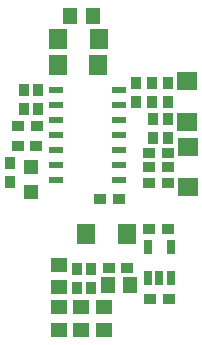
<source format=gbp>
G04*
G04 #@! TF.GenerationSoftware,Altium Limited,Altium Designer,20.0.10 (225)*
G04*
G04 Layer_Color=128*
%FSLAX25Y25*%
%MOIN*%
G70*
G01*
G75*
%ADD21R,0.04000X0.03300*%
%ADD22R,0.03300X0.04000*%
%ADD26R,0.04700X0.05200*%
%ADD30R,0.05200X0.04700*%
%ADD220R,0.04924X0.04924*%
%ADD221R,0.02562X0.04531*%
%ADD222R,0.06200X0.06500*%
%ADD223R,0.04846X0.02483*%
%ADD224R,0.06500X0.06200*%
D21*
X314530Y70980D02*
D03*
X308230D02*
D03*
X314567Y77559D02*
D03*
X308267D02*
D03*
X338582Y30315D02*
D03*
X344882D02*
D03*
X358590Y19790D02*
D03*
X352290D02*
D03*
X351952Y43130D02*
D03*
X358252D02*
D03*
X358268Y58661D02*
D03*
X351968D02*
D03*
X358268Y63779D02*
D03*
X351968D02*
D03*
Y68504D02*
D03*
X358268D02*
D03*
X335826Y53150D02*
D03*
X342126D02*
D03*
D22*
X305640Y58844D02*
D03*
Y65144D02*
D03*
X315200Y89380D02*
D03*
Y83080D02*
D03*
X310250Y83110D02*
D03*
Y89410D02*
D03*
X327953Y29922D02*
D03*
Y23622D02*
D03*
X332677Y29922D02*
D03*
Y23622D02*
D03*
X358268Y79922D02*
D03*
Y73622D02*
D03*
X353382Y79922D02*
D03*
Y73622D02*
D03*
X358268Y85433D02*
D03*
Y91733D02*
D03*
X353150Y91733D02*
D03*
Y85433D02*
D03*
X347866Y91733D02*
D03*
Y85433D02*
D03*
D26*
X345876Y24409D02*
D03*
X338376D02*
D03*
X333278Y114173D02*
D03*
X325778D02*
D03*
D30*
X322047Y23809D02*
D03*
Y31309D02*
D03*
X337008Y17136D02*
D03*
Y9636D02*
D03*
X329528Y17136D02*
D03*
Y9636D02*
D03*
X322047Y17136D02*
D03*
Y9636D02*
D03*
D220*
X312720Y63754D02*
D03*
Y55486D02*
D03*
D221*
X359247Y27002D02*
D03*
X355507D02*
D03*
X351767D02*
D03*
Y37239D02*
D03*
X359247D02*
D03*
D222*
X344590Y41530D02*
D03*
X331090D02*
D03*
X321597Y98032D02*
D03*
X335097D02*
D03*
X321765Y106437D02*
D03*
X335265D02*
D03*
D223*
X341968Y89410D02*
D03*
Y84409D02*
D03*
Y79409D02*
D03*
Y74410D02*
D03*
Y69410D02*
D03*
Y64410D02*
D03*
Y59409D02*
D03*
X321024D02*
D03*
Y64410D02*
D03*
Y69410D02*
D03*
Y74410D02*
D03*
Y79409D02*
D03*
Y84409D02*
D03*
Y89410D02*
D03*
D224*
X364950Y70590D02*
D03*
Y57090D02*
D03*
X364750Y92490D02*
D03*
Y78990D02*
D03*
M02*

</source>
